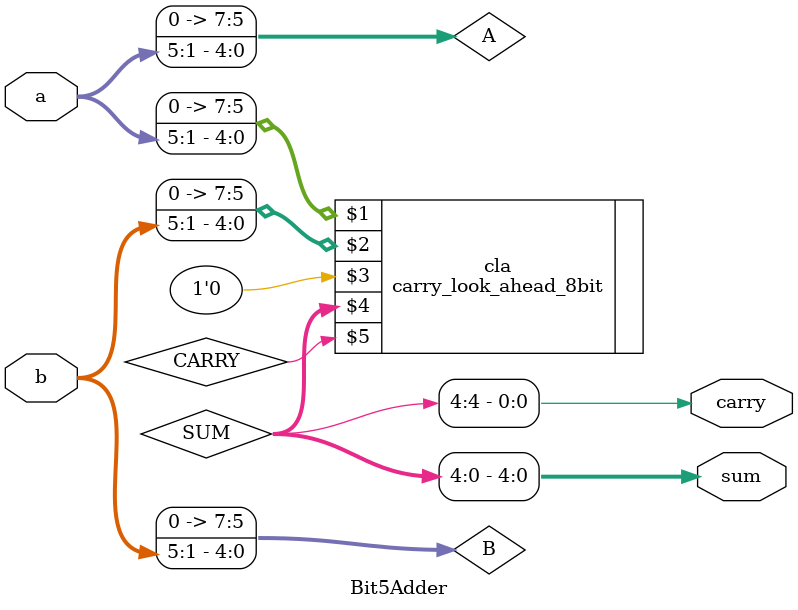
<source format=v>
`include "CLA.v"

module Bit5Adder (a, b, sum, carry);

input [5:1] a;
input [5:1] b;

output [5:1] sum;
output carry;

wire [7:0] A, B, SUM;
wire CARRY;

assign A[4:0] = a;
assign A[7:5] = 3'b000;
assign B[4:0] = b;
assign B[7:5] = 3'b000;

carry_look_ahead_8bit cla (A, B, 1'b0, SUM, CARRY);

assign sum = SUM[4:0];
assign carry = sum[5];

endmodule
</source>
